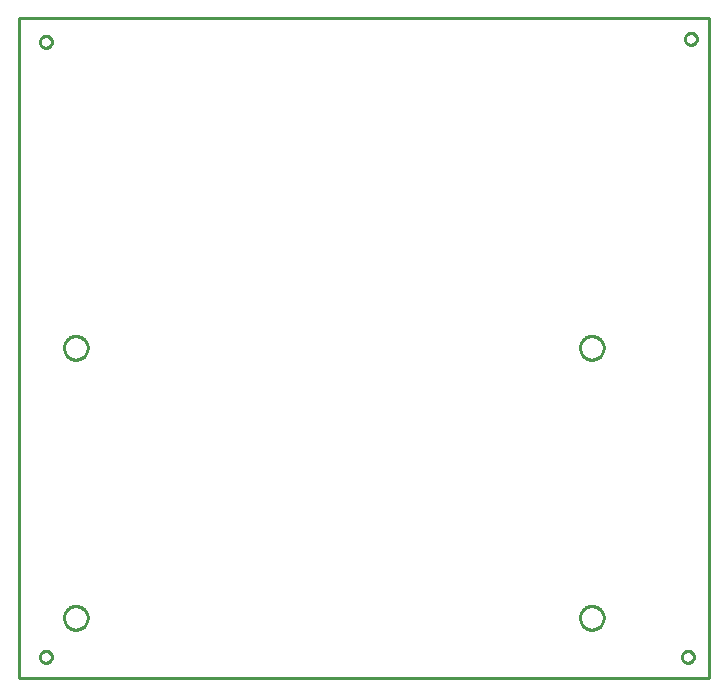
<source format=gbr>
G04 EAGLE Gerber RS-274X export*
G75*
%MOMM*%
%FSLAX34Y34*%
%LPD*%
%IN*%
%IPPOS*%
%AMOC8*
5,1,8,0,0,1.08239X$1,22.5*%
G01*
%ADD10C,0.254000*%


D10*
X-1371600Y-2743200D02*
X-787400Y-2743200D01*
X-787400Y-2184400D01*
X-1371600Y-2184400D01*
X-1371600Y-2743200D01*
X-1343740Y-2205001D02*
X-1343803Y-2205559D01*
X-1343928Y-2206106D01*
X-1344113Y-2206636D01*
X-1344357Y-2207142D01*
X-1344656Y-2207618D01*
X-1345006Y-2208057D01*
X-1345403Y-2208454D01*
X-1345842Y-2208804D01*
X-1346318Y-2209103D01*
X-1346824Y-2209347D01*
X-1347354Y-2209532D01*
X-1347901Y-2209657D01*
X-1348459Y-2209720D01*
X-1349021Y-2209720D01*
X-1349579Y-2209657D01*
X-1350126Y-2209532D01*
X-1350656Y-2209347D01*
X-1351162Y-2209103D01*
X-1351638Y-2208804D01*
X-1352077Y-2208454D01*
X-1352474Y-2208057D01*
X-1352824Y-2207618D01*
X-1353123Y-2207142D01*
X-1353367Y-2206636D01*
X-1353552Y-2206106D01*
X-1353677Y-2205559D01*
X-1353740Y-2205001D01*
X-1353740Y-2204439D01*
X-1353677Y-2203881D01*
X-1353552Y-2203334D01*
X-1353367Y-2202804D01*
X-1353123Y-2202298D01*
X-1352824Y-2201822D01*
X-1352474Y-2201383D01*
X-1352077Y-2200986D01*
X-1351638Y-2200636D01*
X-1351162Y-2200337D01*
X-1350656Y-2200093D01*
X-1350126Y-2199908D01*
X-1349579Y-2199783D01*
X-1349021Y-2199720D01*
X-1348459Y-2199720D01*
X-1347901Y-2199783D01*
X-1347354Y-2199908D01*
X-1346824Y-2200093D01*
X-1346318Y-2200337D01*
X-1345842Y-2200636D01*
X-1345403Y-2200986D01*
X-1345006Y-2201383D01*
X-1344656Y-2201822D01*
X-1344357Y-2202298D01*
X-1344113Y-2202804D01*
X-1343928Y-2203334D01*
X-1343803Y-2203881D01*
X-1343740Y-2204439D01*
X-1343740Y-2205001D01*
X-797640Y-2202461D02*
X-797703Y-2203019D01*
X-797828Y-2203566D01*
X-798013Y-2204096D01*
X-798257Y-2204602D01*
X-798556Y-2205078D01*
X-798906Y-2205517D01*
X-799303Y-2205914D01*
X-799742Y-2206264D01*
X-800218Y-2206563D01*
X-800724Y-2206807D01*
X-801254Y-2206992D01*
X-801801Y-2207117D01*
X-802359Y-2207180D01*
X-802921Y-2207180D01*
X-803479Y-2207117D01*
X-804026Y-2206992D01*
X-804556Y-2206807D01*
X-805062Y-2206563D01*
X-805538Y-2206264D01*
X-805977Y-2205914D01*
X-806374Y-2205517D01*
X-806724Y-2205078D01*
X-807023Y-2204602D01*
X-807267Y-2204096D01*
X-807452Y-2203566D01*
X-807577Y-2203019D01*
X-807640Y-2202461D01*
X-807640Y-2201899D01*
X-807577Y-2201341D01*
X-807452Y-2200794D01*
X-807267Y-2200264D01*
X-807023Y-2199758D01*
X-806724Y-2199282D01*
X-806374Y-2198843D01*
X-805977Y-2198446D01*
X-805538Y-2198096D01*
X-805062Y-2197797D01*
X-804556Y-2197553D01*
X-804026Y-2197368D01*
X-803479Y-2197243D01*
X-802921Y-2197180D01*
X-802359Y-2197180D01*
X-801801Y-2197243D01*
X-801254Y-2197368D01*
X-800724Y-2197553D01*
X-800218Y-2197797D01*
X-799742Y-2198096D01*
X-799303Y-2198446D01*
X-798906Y-2198843D01*
X-798556Y-2199282D01*
X-798257Y-2199758D01*
X-798013Y-2200264D01*
X-797828Y-2200794D01*
X-797703Y-2201341D01*
X-797640Y-2201899D01*
X-797640Y-2202461D01*
X-1343740Y-2725701D02*
X-1343803Y-2726259D01*
X-1343928Y-2726806D01*
X-1344113Y-2727336D01*
X-1344357Y-2727842D01*
X-1344656Y-2728318D01*
X-1345006Y-2728757D01*
X-1345403Y-2729154D01*
X-1345842Y-2729504D01*
X-1346318Y-2729803D01*
X-1346824Y-2730047D01*
X-1347354Y-2730232D01*
X-1347901Y-2730357D01*
X-1348459Y-2730420D01*
X-1349021Y-2730420D01*
X-1349579Y-2730357D01*
X-1350126Y-2730232D01*
X-1350656Y-2730047D01*
X-1351162Y-2729803D01*
X-1351638Y-2729504D01*
X-1352077Y-2729154D01*
X-1352474Y-2728757D01*
X-1352824Y-2728318D01*
X-1353123Y-2727842D01*
X-1353367Y-2727336D01*
X-1353552Y-2726806D01*
X-1353677Y-2726259D01*
X-1353740Y-2725701D01*
X-1353740Y-2725139D01*
X-1353677Y-2724581D01*
X-1353552Y-2724034D01*
X-1353367Y-2723504D01*
X-1353123Y-2722998D01*
X-1352824Y-2722522D01*
X-1352474Y-2722083D01*
X-1352077Y-2721686D01*
X-1351638Y-2721336D01*
X-1351162Y-2721037D01*
X-1350656Y-2720793D01*
X-1350126Y-2720608D01*
X-1349579Y-2720483D01*
X-1349021Y-2720420D01*
X-1348459Y-2720420D01*
X-1347901Y-2720483D01*
X-1347354Y-2720608D01*
X-1346824Y-2720793D01*
X-1346318Y-2721037D01*
X-1345842Y-2721336D01*
X-1345403Y-2721686D01*
X-1345006Y-2722083D01*
X-1344656Y-2722522D01*
X-1344357Y-2722998D01*
X-1344113Y-2723504D01*
X-1343928Y-2724034D01*
X-1343803Y-2724581D01*
X-1343740Y-2725139D01*
X-1343740Y-2725701D01*
X-800180Y-2725701D02*
X-800243Y-2726259D01*
X-800368Y-2726806D01*
X-800553Y-2727336D01*
X-800797Y-2727842D01*
X-801096Y-2728318D01*
X-801446Y-2728757D01*
X-801843Y-2729154D01*
X-802282Y-2729504D01*
X-802758Y-2729803D01*
X-803264Y-2730047D01*
X-803794Y-2730232D01*
X-804341Y-2730357D01*
X-804899Y-2730420D01*
X-805461Y-2730420D01*
X-806019Y-2730357D01*
X-806566Y-2730232D01*
X-807096Y-2730047D01*
X-807602Y-2729803D01*
X-808078Y-2729504D01*
X-808517Y-2729154D01*
X-808914Y-2728757D01*
X-809264Y-2728318D01*
X-809563Y-2727842D01*
X-809807Y-2727336D01*
X-809992Y-2726806D01*
X-810117Y-2726259D01*
X-810180Y-2725701D01*
X-810180Y-2725139D01*
X-810117Y-2724581D01*
X-809992Y-2724034D01*
X-809807Y-2723504D01*
X-809563Y-2722998D01*
X-809264Y-2722522D01*
X-808914Y-2722083D01*
X-808517Y-2721686D01*
X-808078Y-2721336D01*
X-807602Y-2721037D01*
X-807096Y-2720793D01*
X-806566Y-2720608D01*
X-806019Y-2720483D01*
X-805461Y-2720420D01*
X-804899Y-2720420D01*
X-804341Y-2720483D01*
X-803794Y-2720608D01*
X-803264Y-2720793D01*
X-802758Y-2721037D01*
X-802282Y-2721336D01*
X-801843Y-2721686D01*
X-801446Y-2722083D01*
X-801096Y-2722522D01*
X-800797Y-2722998D01*
X-800553Y-2723504D01*
X-800368Y-2724034D01*
X-800243Y-2724581D01*
X-800180Y-2725139D01*
X-800180Y-2725701D01*
X-1313340Y-2692837D02*
X-1313416Y-2693707D01*
X-1313568Y-2694566D01*
X-1313794Y-2695410D01*
X-1314092Y-2696230D01*
X-1314461Y-2697022D01*
X-1314898Y-2697778D01*
X-1315399Y-2698493D01*
X-1315960Y-2699162D01*
X-1316578Y-2699780D01*
X-1317247Y-2700341D01*
X-1317962Y-2700842D01*
X-1318718Y-2701279D01*
X-1319510Y-2701648D01*
X-1320330Y-2701946D01*
X-1321174Y-2702172D01*
X-1322034Y-2702324D01*
X-1322903Y-2702400D01*
X-1323777Y-2702400D01*
X-1324647Y-2702324D01*
X-1325506Y-2702172D01*
X-1326350Y-2701946D01*
X-1327170Y-2701648D01*
X-1327962Y-2701279D01*
X-1328718Y-2700842D01*
X-1329433Y-2700341D01*
X-1330102Y-2699780D01*
X-1330720Y-2699162D01*
X-1331281Y-2698493D01*
X-1331782Y-2697778D01*
X-1332219Y-2697022D01*
X-1332588Y-2696230D01*
X-1332886Y-2695410D01*
X-1333112Y-2694566D01*
X-1333264Y-2693707D01*
X-1333340Y-2692837D01*
X-1333340Y-2691963D01*
X-1333264Y-2691094D01*
X-1333112Y-2690234D01*
X-1332886Y-2689390D01*
X-1332588Y-2688570D01*
X-1332219Y-2687778D01*
X-1331782Y-2687022D01*
X-1331281Y-2686307D01*
X-1330720Y-2685638D01*
X-1330102Y-2685020D01*
X-1329433Y-2684459D01*
X-1328718Y-2683958D01*
X-1327962Y-2683521D01*
X-1327170Y-2683152D01*
X-1326350Y-2682854D01*
X-1325506Y-2682628D01*
X-1324647Y-2682476D01*
X-1323777Y-2682400D01*
X-1322903Y-2682400D01*
X-1322034Y-2682476D01*
X-1321174Y-2682628D01*
X-1320330Y-2682854D01*
X-1319510Y-2683152D01*
X-1318718Y-2683521D01*
X-1317962Y-2683958D01*
X-1317247Y-2684459D01*
X-1316578Y-2685020D01*
X-1315960Y-2685638D01*
X-1315399Y-2686307D01*
X-1314898Y-2687022D01*
X-1314461Y-2687778D01*
X-1314092Y-2688570D01*
X-1313794Y-2689390D01*
X-1313568Y-2690234D01*
X-1313416Y-2691094D01*
X-1313340Y-2691963D01*
X-1313340Y-2692837D01*
X-876460Y-2692837D02*
X-876536Y-2693707D01*
X-876688Y-2694566D01*
X-876914Y-2695410D01*
X-877212Y-2696230D01*
X-877581Y-2697022D01*
X-878018Y-2697778D01*
X-878519Y-2698493D01*
X-879080Y-2699162D01*
X-879698Y-2699780D01*
X-880367Y-2700341D01*
X-881082Y-2700842D01*
X-881838Y-2701279D01*
X-882630Y-2701648D01*
X-883450Y-2701946D01*
X-884294Y-2702172D01*
X-885154Y-2702324D01*
X-886023Y-2702400D01*
X-886897Y-2702400D01*
X-887767Y-2702324D01*
X-888626Y-2702172D01*
X-889470Y-2701946D01*
X-890290Y-2701648D01*
X-891082Y-2701279D01*
X-891838Y-2700842D01*
X-892553Y-2700341D01*
X-893222Y-2699780D01*
X-893840Y-2699162D01*
X-894401Y-2698493D01*
X-894902Y-2697778D01*
X-895339Y-2697022D01*
X-895708Y-2696230D01*
X-896006Y-2695410D01*
X-896232Y-2694566D01*
X-896384Y-2693707D01*
X-896460Y-2692837D01*
X-896460Y-2691963D01*
X-896384Y-2691094D01*
X-896232Y-2690234D01*
X-896006Y-2689390D01*
X-895708Y-2688570D01*
X-895339Y-2687778D01*
X-894902Y-2687022D01*
X-894401Y-2686307D01*
X-893840Y-2685638D01*
X-893222Y-2685020D01*
X-892553Y-2684459D01*
X-891838Y-2683958D01*
X-891082Y-2683521D01*
X-890290Y-2683152D01*
X-889470Y-2682854D01*
X-888626Y-2682628D01*
X-887767Y-2682476D01*
X-886897Y-2682400D01*
X-886023Y-2682400D01*
X-885154Y-2682476D01*
X-884294Y-2682628D01*
X-883450Y-2682854D01*
X-882630Y-2683152D01*
X-881838Y-2683521D01*
X-881082Y-2683958D01*
X-880367Y-2684459D01*
X-879698Y-2685020D01*
X-879080Y-2685638D01*
X-878519Y-2686307D01*
X-878018Y-2687022D01*
X-877581Y-2687778D01*
X-877212Y-2688570D01*
X-876914Y-2689390D01*
X-876688Y-2690234D01*
X-876536Y-2691094D01*
X-876460Y-2691963D01*
X-876460Y-2692837D01*
X-1313340Y-2464237D02*
X-1313416Y-2465107D01*
X-1313568Y-2465966D01*
X-1313794Y-2466810D01*
X-1314092Y-2467630D01*
X-1314461Y-2468422D01*
X-1314898Y-2469178D01*
X-1315399Y-2469893D01*
X-1315960Y-2470562D01*
X-1316578Y-2471180D01*
X-1317247Y-2471741D01*
X-1317962Y-2472242D01*
X-1318718Y-2472679D01*
X-1319510Y-2473048D01*
X-1320330Y-2473346D01*
X-1321174Y-2473572D01*
X-1322034Y-2473724D01*
X-1322903Y-2473800D01*
X-1323777Y-2473800D01*
X-1324647Y-2473724D01*
X-1325506Y-2473572D01*
X-1326350Y-2473346D01*
X-1327170Y-2473048D01*
X-1327962Y-2472679D01*
X-1328718Y-2472242D01*
X-1329433Y-2471741D01*
X-1330102Y-2471180D01*
X-1330720Y-2470562D01*
X-1331281Y-2469893D01*
X-1331782Y-2469178D01*
X-1332219Y-2468422D01*
X-1332588Y-2467630D01*
X-1332886Y-2466810D01*
X-1333112Y-2465966D01*
X-1333264Y-2465107D01*
X-1333340Y-2464237D01*
X-1333340Y-2463363D01*
X-1333264Y-2462494D01*
X-1333112Y-2461634D01*
X-1332886Y-2460790D01*
X-1332588Y-2459970D01*
X-1332219Y-2459178D01*
X-1331782Y-2458422D01*
X-1331281Y-2457707D01*
X-1330720Y-2457038D01*
X-1330102Y-2456420D01*
X-1329433Y-2455859D01*
X-1328718Y-2455358D01*
X-1327962Y-2454921D01*
X-1327170Y-2454552D01*
X-1326350Y-2454254D01*
X-1325506Y-2454028D01*
X-1324647Y-2453876D01*
X-1323777Y-2453800D01*
X-1322903Y-2453800D01*
X-1322034Y-2453876D01*
X-1321174Y-2454028D01*
X-1320330Y-2454254D01*
X-1319510Y-2454552D01*
X-1318718Y-2454921D01*
X-1317962Y-2455358D01*
X-1317247Y-2455859D01*
X-1316578Y-2456420D01*
X-1315960Y-2457038D01*
X-1315399Y-2457707D01*
X-1314898Y-2458422D01*
X-1314461Y-2459178D01*
X-1314092Y-2459970D01*
X-1313794Y-2460790D01*
X-1313568Y-2461634D01*
X-1313416Y-2462494D01*
X-1313340Y-2463363D01*
X-1313340Y-2464237D01*
X-876460Y-2464237D02*
X-876536Y-2465107D01*
X-876688Y-2465966D01*
X-876914Y-2466810D01*
X-877212Y-2467630D01*
X-877581Y-2468422D01*
X-878018Y-2469178D01*
X-878519Y-2469893D01*
X-879080Y-2470562D01*
X-879698Y-2471180D01*
X-880367Y-2471741D01*
X-881082Y-2472242D01*
X-881838Y-2472679D01*
X-882630Y-2473048D01*
X-883450Y-2473346D01*
X-884294Y-2473572D01*
X-885154Y-2473724D01*
X-886023Y-2473800D01*
X-886897Y-2473800D01*
X-887767Y-2473724D01*
X-888626Y-2473572D01*
X-889470Y-2473346D01*
X-890290Y-2473048D01*
X-891082Y-2472679D01*
X-891838Y-2472242D01*
X-892553Y-2471741D01*
X-893222Y-2471180D01*
X-893840Y-2470562D01*
X-894401Y-2469893D01*
X-894902Y-2469178D01*
X-895339Y-2468422D01*
X-895708Y-2467630D01*
X-896006Y-2466810D01*
X-896232Y-2465966D01*
X-896384Y-2465107D01*
X-896460Y-2464237D01*
X-896460Y-2463363D01*
X-896384Y-2462494D01*
X-896232Y-2461634D01*
X-896006Y-2460790D01*
X-895708Y-2459970D01*
X-895339Y-2459178D01*
X-894902Y-2458422D01*
X-894401Y-2457707D01*
X-893840Y-2457038D01*
X-893222Y-2456420D01*
X-892553Y-2455859D01*
X-891838Y-2455358D01*
X-891082Y-2454921D01*
X-890290Y-2454552D01*
X-889470Y-2454254D01*
X-888626Y-2454028D01*
X-887767Y-2453876D01*
X-886897Y-2453800D01*
X-886023Y-2453800D01*
X-885154Y-2453876D01*
X-884294Y-2454028D01*
X-883450Y-2454254D01*
X-882630Y-2454552D01*
X-881838Y-2454921D01*
X-881082Y-2455358D01*
X-880367Y-2455859D01*
X-879698Y-2456420D01*
X-879080Y-2457038D01*
X-878519Y-2457707D01*
X-878018Y-2458422D01*
X-877581Y-2459178D01*
X-877212Y-2459970D01*
X-876914Y-2460790D01*
X-876688Y-2461634D01*
X-876536Y-2462494D01*
X-876460Y-2463363D01*
X-876460Y-2464237D01*
M02*

</source>
